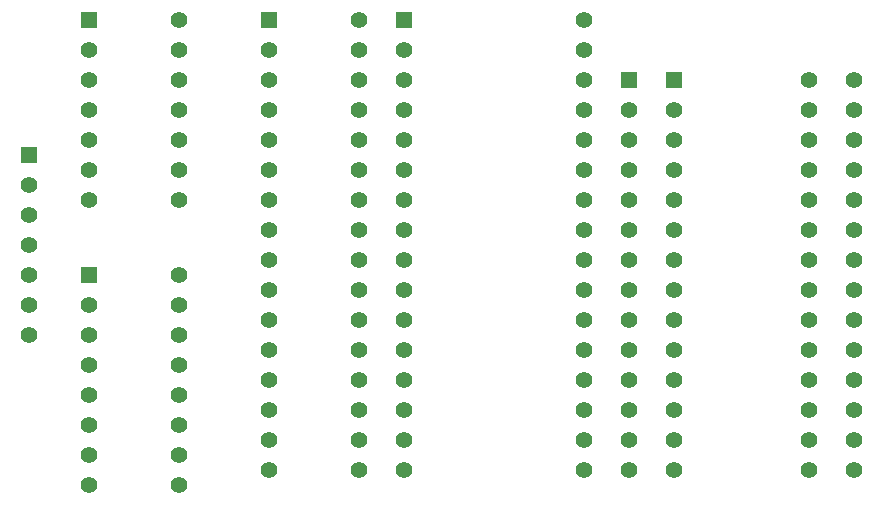
<source format=gts>
G04 (created by PCBNEW (2013-07-07 BZR 4022)-stable) date 11/12/2014 2:51:25 PM*
%MOIN*%
G04 Gerber Fmt 3.4, Leading zero omitted, Abs format*
%FSLAX34Y34*%
G01*
G70*
G90*
G04 APERTURE LIST*
%ADD10C,0.00590551*%
%ADD11R,0.055X0.055*%
%ADD12C,0.055*%
G04 APERTURE END LIST*
G54D10*
G54D11*
X84000Y-44000D03*
G54D12*
X84000Y-45000D03*
X84000Y-46000D03*
X84000Y-47000D03*
X84000Y-48000D03*
X84000Y-49000D03*
X84000Y-50000D03*
G54D11*
X96500Y-39500D03*
G54D12*
X96500Y-40500D03*
X96500Y-41500D03*
X96500Y-42500D03*
X96500Y-43500D03*
X96500Y-44500D03*
X96500Y-45500D03*
X96500Y-46500D03*
X96500Y-47500D03*
X96500Y-48500D03*
X96500Y-49500D03*
X96500Y-50500D03*
X96500Y-51500D03*
X96500Y-52500D03*
X96500Y-53500D03*
X96500Y-54500D03*
X102500Y-54500D03*
X102500Y-53500D03*
X102500Y-52500D03*
X102500Y-51500D03*
X102500Y-50500D03*
X102500Y-49500D03*
X102500Y-48500D03*
X102500Y-47500D03*
X102500Y-46500D03*
X102500Y-45500D03*
X102500Y-44500D03*
X102500Y-43500D03*
X102500Y-42500D03*
X102500Y-41500D03*
X102500Y-40500D03*
X102500Y-39500D03*
G54D11*
X105500Y-41500D03*
G54D12*
X105500Y-42500D03*
X105500Y-43500D03*
X105500Y-44500D03*
X105500Y-45500D03*
X105500Y-46500D03*
X105500Y-47500D03*
X105500Y-48500D03*
X105500Y-49500D03*
X105500Y-50500D03*
X105500Y-51500D03*
X105500Y-52500D03*
X105500Y-53500D03*
X105500Y-54500D03*
X111500Y-54500D03*
X111500Y-53500D03*
X111500Y-52500D03*
X111500Y-51500D03*
X111500Y-50500D03*
X111500Y-49500D03*
X111500Y-48500D03*
X111500Y-47500D03*
X111500Y-46500D03*
X111500Y-45500D03*
X111500Y-44500D03*
X111500Y-43500D03*
X111500Y-42500D03*
X111500Y-41500D03*
G54D11*
X104000Y-41500D03*
G54D12*
X104000Y-42500D03*
X104000Y-43500D03*
X104000Y-44500D03*
X104000Y-45500D03*
X104000Y-46500D03*
X104000Y-47500D03*
X104000Y-48500D03*
X104000Y-49500D03*
X104000Y-50500D03*
X104000Y-51500D03*
X104000Y-52500D03*
X104000Y-53500D03*
X104000Y-54500D03*
X110000Y-54500D03*
X110000Y-53500D03*
X110000Y-52500D03*
X110000Y-51500D03*
X110000Y-50500D03*
X110000Y-49500D03*
X110000Y-48500D03*
X110000Y-47500D03*
X110000Y-46500D03*
X110000Y-45500D03*
X110000Y-44500D03*
X110000Y-43500D03*
X110000Y-42500D03*
X110000Y-41500D03*
G54D11*
X86000Y-48000D03*
G54D12*
X86000Y-49000D03*
X86000Y-50000D03*
X86000Y-51000D03*
X86000Y-52000D03*
X86000Y-53000D03*
X86000Y-54000D03*
X86000Y-55000D03*
X89000Y-55000D03*
X89000Y-54000D03*
X89000Y-53000D03*
X89000Y-52000D03*
X89000Y-51000D03*
X89000Y-50000D03*
X89000Y-49000D03*
X89000Y-48000D03*
G54D11*
X86000Y-39500D03*
G54D12*
X86000Y-40500D03*
X86000Y-41500D03*
X86000Y-42500D03*
X86000Y-43500D03*
X86000Y-44500D03*
X86000Y-45500D03*
X89000Y-45500D03*
X89000Y-44500D03*
X89000Y-43500D03*
X89000Y-42500D03*
X89000Y-41500D03*
X89000Y-40500D03*
X89000Y-39500D03*
G54D11*
X92000Y-39500D03*
G54D12*
X92000Y-40500D03*
X92000Y-41500D03*
X92000Y-42500D03*
X92000Y-43500D03*
X92000Y-44500D03*
X92000Y-45500D03*
X92000Y-46500D03*
X92000Y-47500D03*
X92000Y-48500D03*
X92000Y-49500D03*
X92000Y-50500D03*
X92000Y-51500D03*
X92000Y-52500D03*
X92000Y-53500D03*
X92000Y-54500D03*
X95000Y-54500D03*
X95000Y-53500D03*
X95000Y-52500D03*
X95000Y-51500D03*
X95000Y-50500D03*
X95000Y-49500D03*
X95000Y-48500D03*
X95000Y-47500D03*
X95000Y-46500D03*
X95000Y-45500D03*
X95000Y-44500D03*
X95000Y-43500D03*
X95000Y-42500D03*
X95000Y-41500D03*
X95000Y-40500D03*
X95000Y-39500D03*
M02*

</source>
